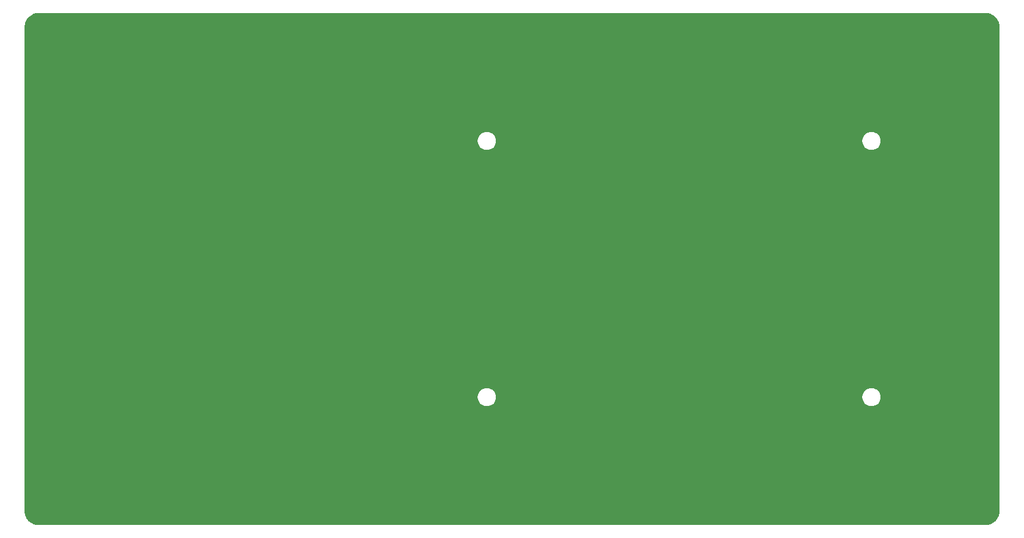
<source format=gbr>
%TF.GenerationSoftware,KiCad,Pcbnew,9.0.5-9.0.5~ubuntu24.04.1*%
%TF.CreationDate,2025-11-01T13:29:22+08:00*%
%TF.ProjectId,TPS2,54505332-2e6b-4696-9361-645f70636258,rev?*%
%TF.SameCoordinates,Original*%
%TF.FileFunction,Copper,L1,Top*%
%TF.FilePolarity,Positive*%
%FSLAX46Y46*%
G04 Gerber Fmt 4.6, Leading zero omitted, Abs format (unit mm)*
G04 Created by KiCad (PCBNEW 9.0.5-9.0.5~ubuntu24.04.1) date 2025-11-01 13:29:22*
%MOMM*%
%LPD*%
G01*
G04 APERTURE LIST*
G04 APERTURE END LIST*
%TA.AperFunction,NonConductor*%
G36*
X181178736Y-29000726D02*
G01*
X181411068Y-29014779D01*
X181419729Y-29015611D01*
X181471126Y-29022377D01*
X181477239Y-29023339D01*
X181679220Y-29060353D01*
X181688960Y-29062547D01*
X181732404Y-29074187D01*
X181737176Y-29075569D01*
X181940605Y-29138961D01*
X181951158Y-29142782D01*
X181978927Y-29154284D01*
X181982340Y-29155757D01*
X182190319Y-29249360D01*
X182203575Y-29256318D01*
X182289020Y-29307971D01*
X182418045Y-29385970D01*
X182430356Y-29394468D01*
X182627636Y-29549027D01*
X182638844Y-29558957D01*
X182816042Y-29736155D01*
X182825972Y-29747363D01*
X182980527Y-29944637D01*
X182989033Y-29956960D01*
X183118680Y-30171422D01*
X183125639Y-30184681D01*
X183219229Y-30392632D01*
X183220714Y-30396071D01*
X183232216Y-30423840D01*
X183236040Y-30434401D01*
X183299421Y-30637795D01*
X183300811Y-30642594D01*
X183312451Y-30686038D01*
X183314645Y-30695778D01*
X183351655Y-30897735D01*
X183352625Y-30903902D01*
X183359385Y-30955249D01*
X183360220Y-30963946D01*
X183374274Y-31196263D01*
X183374500Y-31203751D01*
X183374500Y-102996248D01*
X183374274Y-103003736D01*
X183360220Y-103236052D01*
X183359385Y-103244749D01*
X183352625Y-103296096D01*
X183351655Y-103302263D01*
X183314645Y-103504220D01*
X183312451Y-103513960D01*
X183300811Y-103557404D01*
X183299421Y-103562203D01*
X183236040Y-103765597D01*
X183232216Y-103776158D01*
X183220714Y-103803927D01*
X183219229Y-103807366D01*
X183125639Y-104015317D01*
X183118680Y-104028576D01*
X182989033Y-104243039D01*
X182980527Y-104255362D01*
X182825972Y-104452636D01*
X182816042Y-104463844D01*
X182638844Y-104641042D01*
X182627636Y-104650972D01*
X182430362Y-104805527D01*
X182418039Y-104814033D01*
X182203576Y-104943680D01*
X182190317Y-104950639D01*
X181982366Y-105044229D01*
X181978927Y-105045714D01*
X181951158Y-105057216D01*
X181940597Y-105061040D01*
X181737203Y-105124421D01*
X181732404Y-105125811D01*
X181688960Y-105137451D01*
X181679220Y-105139645D01*
X181477263Y-105176655D01*
X181471096Y-105177625D01*
X181419749Y-105184385D01*
X181411052Y-105185220D01*
X181187202Y-105198761D01*
X181178735Y-105199274D01*
X181171249Y-105199500D01*
X40664751Y-105199500D01*
X40657264Y-105199274D01*
X40647971Y-105198711D01*
X40424946Y-105185220D01*
X40416249Y-105184385D01*
X40364902Y-105177625D01*
X40358735Y-105176655D01*
X40156778Y-105139645D01*
X40147038Y-105137451D01*
X40103594Y-105125811D01*
X40098795Y-105124421D01*
X39895401Y-105061040D01*
X39884840Y-105057216D01*
X39857071Y-105045714D01*
X39853632Y-105044229D01*
X39645681Y-104950639D01*
X39632422Y-104943680D01*
X39417960Y-104814033D01*
X39405637Y-104805527D01*
X39208363Y-104650972D01*
X39197155Y-104641042D01*
X39019957Y-104463844D01*
X39010027Y-104452636D01*
X38855472Y-104255362D01*
X38846970Y-104243045D01*
X38768971Y-104114020D01*
X38717318Y-104028575D01*
X38710359Y-104015316D01*
X38616769Y-103807366D01*
X38615284Y-103803927D01*
X38603782Y-103776158D01*
X38599958Y-103765597D01*
X38565760Y-103655852D01*
X38536569Y-103562176D01*
X38535187Y-103557404D01*
X38523547Y-103513960D01*
X38521353Y-103504220D01*
X38501773Y-103397376D01*
X38484339Y-103302239D01*
X38483377Y-103296126D01*
X38476611Y-103244729D01*
X38475779Y-103236068D01*
X38461726Y-103003736D01*
X38461500Y-102996249D01*
X38461500Y-86043713D01*
X105824500Y-86043713D01*
X105824500Y-86256286D01*
X105857753Y-86466239D01*
X105923444Y-86668414D01*
X106019951Y-86857820D01*
X106144890Y-87029786D01*
X106295213Y-87180109D01*
X106467179Y-87305048D01*
X106467181Y-87305049D01*
X106467184Y-87305051D01*
X106656588Y-87401557D01*
X106858757Y-87467246D01*
X107068713Y-87500500D01*
X107068714Y-87500500D01*
X107281286Y-87500500D01*
X107281287Y-87500500D01*
X107491243Y-87467246D01*
X107693412Y-87401557D01*
X107882816Y-87305051D01*
X107904789Y-87289086D01*
X108054786Y-87180109D01*
X108054788Y-87180106D01*
X108054792Y-87180104D01*
X108205104Y-87029792D01*
X108205106Y-87029788D01*
X108205109Y-87029786D01*
X108330048Y-86857820D01*
X108330047Y-86857820D01*
X108330051Y-86857816D01*
X108426557Y-86668412D01*
X108492246Y-86466243D01*
X108525500Y-86256287D01*
X108525500Y-86043713D01*
X162974500Y-86043713D01*
X162974500Y-86256286D01*
X163007753Y-86466239D01*
X163073444Y-86668414D01*
X163169951Y-86857820D01*
X163294890Y-87029786D01*
X163445213Y-87180109D01*
X163617179Y-87305048D01*
X163617181Y-87305049D01*
X163617184Y-87305051D01*
X163806588Y-87401557D01*
X164008757Y-87467246D01*
X164218713Y-87500500D01*
X164218714Y-87500500D01*
X164431286Y-87500500D01*
X164431287Y-87500500D01*
X164641243Y-87467246D01*
X164843412Y-87401557D01*
X165032816Y-87305051D01*
X165054789Y-87289086D01*
X165204786Y-87180109D01*
X165204788Y-87180106D01*
X165204792Y-87180104D01*
X165355104Y-87029792D01*
X165355106Y-87029788D01*
X165355109Y-87029786D01*
X165480048Y-86857820D01*
X165480047Y-86857820D01*
X165480051Y-86857816D01*
X165576557Y-86668412D01*
X165642246Y-86466243D01*
X165675500Y-86256287D01*
X165675500Y-86043713D01*
X165642246Y-85833757D01*
X165576557Y-85631588D01*
X165480051Y-85442184D01*
X165480049Y-85442181D01*
X165480048Y-85442179D01*
X165355109Y-85270213D01*
X165204786Y-85119890D01*
X165032820Y-84994951D01*
X164843414Y-84898444D01*
X164843413Y-84898443D01*
X164843412Y-84898443D01*
X164641243Y-84832754D01*
X164641241Y-84832753D01*
X164641240Y-84832753D01*
X164479957Y-84807208D01*
X164431287Y-84799500D01*
X164218713Y-84799500D01*
X164170042Y-84807208D01*
X164008760Y-84832753D01*
X163806585Y-84898444D01*
X163617179Y-84994951D01*
X163445213Y-85119890D01*
X163294890Y-85270213D01*
X163169951Y-85442179D01*
X163073444Y-85631585D01*
X163007753Y-85833760D01*
X162974500Y-86043713D01*
X108525500Y-86043713D01*
X108492246Y-85833757D01*
X108426557Y-85631588D01*
X108330051Y-85442184D01*
X108330049Y-85442181D01*
X108330048Y-85442179D01*
X108205109Y-85270213D01*
X108054786Y-85119890D01*
X107882820Y-84994951D01*
X107693414Y-84898444D01*
X107693413Y-84898443D01*
X107693412Y-84898443D01*
X107491243Y-84832754D01*
X107491241Y-84832753D01*
X107491240Y-84832753D01*
X107329957Y-84807208D01*
X107281287Y-84799500D01*
X107068713Y-84799500D01*
X107020042Y-84807208D01*
X106858760Y-84832753D01*
X106656585Y-84898444D01*
X106467179Y-84994951D01*
X106295213Y-85119890D01*
X106144890Y-85270213D01*
X106019951Y-85442179D01*
X105923444Y-85631585D01*
X105857753Y-85833760D01*
X105824500Y-86043713D01*
X38461500Y-86043713D01*
X38461500Y-47943713D01*
X105824500Y-47943713D01*
X105824500Y-48156286D01*
X105857753Y-48366239D01*
X105923444Y-48568414D01*
X106019951Y-48757820D01*
X106144890Y-48929786D01*
X106295213Y-49080109D01*
X106467179Y-49205048D01*
X106467181Y-49205049D01*
X106467184Y-49205051D01*
X106656588Y-49301557D01*
X106858757Y-49367246D01*
X107068713Y-49400500D01*
X107068714Y-49400500D01*
X107281286Y-49400500D01*
X107281287Y-49400500D01*
X107491243Y-49367246D01*
X107693412Y-49301557D01*
X107882816Y-49205051D01*
X107904789Y-49189086D01*
X108054786Y-49080109D01*
X108054788Y-49080106D01*
X108054792Y-49080104D01*
X108205104Y-48929792D01*
X108205106Y-48929788D01*
X108205109Y-48929786D01*
X108330048Y-48757820D01*
X108330047Y-48757820D01*
X108330051Y-48757816D01*
X108426557Y-48568412D01*
X108492246Y-48366243D01*
X108525500Y-48156287D01*
X108525500Y-47943713D01*
X162974500Y-47943713D01*
X162974500Y-48156286D01*
X163007753Y-48366239D01*
X163073444Y-48568414D01*
X163169951Y-48757820D01*
X163294890Y-48929786D01*
X163445213Y-49080109D01*
X163617179Y-49205048D01*
X163617181Y-49205049D01*
X163617184Y-49205051D01*
X163806588Y-49301557D01*
X164008757Y-49367246D01*
X164218713Y-49400500D01*
X164218714Y-49400500D01*
X164431286Y-49400500D01*
X164431287Y-49400500D01*
X164641243Y-49367246D01*
X164843412Y-49301557D01*
X165032816Y-49205051D01*
X165054789Y-49189086D01*
X165204786Y-49080109D01*
X165204788Y-49080106D01*
X165204792Y-49080104D01*
X165355104Y-48929792D01*
X165355106Y-48929788D01*
X165355109Y-48929786D01*
X165480048Y-48757820D01*
X165480047Y-48757820D01*
X165480051Y-48757816D01*
X165576557Y-48568412D01*
X165642246Y-48366243D01*
X165675500Y-48156287D01*
X165675500Y-47943713D01*
X165642246Y-47733757D01*
X165576557Y-47531588D01*
X165480051Y-47342184D01*
X165480049Y-47342181D01*
X165480048Y-47342179D01*
X165355109Y-47170213D01*
X165204786Y-47019890D01*
X165032820Y-46894951D01*
X164843414Y-46798444D01*
X164843413Y-46798443D01*
X164843412Y-46798443D01*
X164641243Y-46732754D01*
X164641241Y-46732753D01*
X164641240Y-46732753D01*
X164479957Y-46707208D01*
X164431287Y-46699500D01*
X164218713Y-46699500D01*
X164170042Y-46707208D01*
X164008760Y-46732753D01*
X163806585Y-46798444D01*
X163617179Y-46894951D01*
X163445213Y-47019890D01*
X163294890Y-47170213D01*
X163169951Y-47342179D01*
X163073444Y-47531585D01*
X163007753Y-47733760D01*
X162974500Y-47943713D01*
X108525500Y-47943713D01*
X108492246Y-47733757D01*
X108426557Y-47531588D01*
X108330051Y-47342184D01*
X108330049Y-47342181D01*
X108330048Y-47342179D01*
X108205109Y-47170213D01*
X108054786Y-47019890D01*
X107882820Y-46894951D01*
X107693414Y-46798444D01*
X107693413Y-46798443D01*
X107693412Y-46798443D01*
X107491243Y-46732754D01*
X107491241Y-46732753D01*
X107491240Y-46732753D01*
X107329957Y-46707208D01*
X107281287Y-46699500D01*
X107068713Y-46699500D01*
X107020042Y-46707208D01*
X106858760Y-46732753D01*
X106656585Y-46798444D01*
X106467179Y-46894951D01*
X106295213Y-47019890D01*
X106144890Y-47170213D01*
X106019951Y-47342179D01*
X105923444Y-47531585D01*
X105857753Y-47733760D01*
X105824500Y-47943713D01*
X38461500Y-47943713D01*
X38461500Y-31203750D01*
X38461726Y-31196263D01*
X38475780Y-30963923D01*
X38476610Y-30955275D01*
X38483379Y-30903861D01*
X38484337Y-30897772D01*
X38521355Y-30695769D01*
X38523547Y-30686038D01*
X38525453Y-30678923D01*
X38535195Y-30642564D01*
X38536560Y-30637850D01*
X38599965Y-30434379D01*
X38603777Y-30423853D01*
X38615307Y-30396017D01*
X38616736Y-30392707D01*
X38710367Y-30184666D01*
X38717312Y-30171433D01*
X38846975Y-29956946D01*
X38855462Y-29944650D01*
X39010034Y-29747354D01*
X39019949Y-29736163D01*
X39197163Y-29558949D01*
X39208354Y-29549034D01*
X39405650Y-29394462D01*
X39417946Y-29385975D01*
X39632433Y-29256312D01*
X39645666Y-29249367D01*
X39853707Y-29155736D01*
X39857017Y-29154307D01*
X39884853Y-29142777D01*
X39895379Y-29138965D01*
X40098850Y-29075560D01*
X40103564Y-29074195D01*
X40147038Y-29062547D01*
X40156769Y-29060355D01*
X40358772Y-29023337D01*
X40364861Y-29022379D01*
X40416275Y-29015610D01*
X40424925Y-29014780D01*
X40657264Y-29000726D01*
X40664751Y-29000500D01*
X181171249Y-29000500D01*
X181178736Y-29000726D01*
G37*
%TD.AperFunction*%
M02*

</source>
